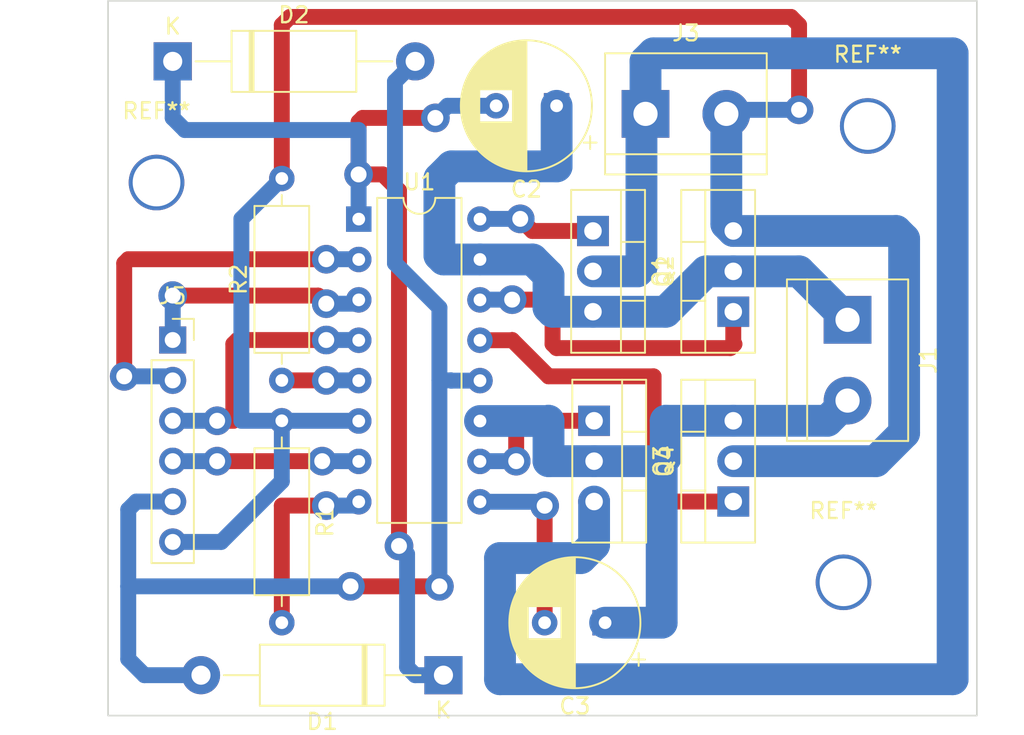
<source format=kicad_pcb>
(kicad_pcb (version 20221018) (generator pcbnew)
  (layers (0 "F.Cu" signal) (31 "B.Cu" signal) (34 "B.Paste" user) (35 "F.Paste" user) (36 "B.SilkS" user "B.Silkscreen") (37 "F.SilkS" user "F.Silkscreen") (38 "B.Mask" user) (39 "F.Mask" user) (44 "Edge.Cuts" user))
  (net 0 "")
  (net 1 "Net-(J1-Pin_1)")
  (net 2 "Net-(D1-K)")
  (net 3 "Net-(J1-Pin_2)")
  (net 4 "Net-(U1-AHB)")
  (net 5 "+5V")
  (net 6 "VDD")
  (net 7 "GND")
  (net 8 "Net-(Q1-G)")
  (net 9 "Net-(Q2-G)")
  (net 10 "Net-(Q3-G)")
  (net 11 "Net-(Q4-G)")
  (net 12 "Net-(U1-DIS)")
  (net 13 "Net-(U1-DEL)")
  (net 14 "Net-(J5-Pin_3)")
  (net 15 "Net-(J5-Pin_4)")
  (net 16 "Net-(J5-Pin_2)")
  (net 17 "Net-(J5-Pin_1)")
  (footprint "Capacitor_THT:CP_Radial_D8.0mm_P3.80mm" (layer "F.Cu") (at 90.424 54.61 180)
    (fp_text reference "C3" (at 1.9 -5.25) (layer "F.SilkS"))
    (fp_text value "C_Polarized")
    (pad "1" thru_hole rect (at 0 0 180) (size 1.6 1.6) (drill 0.8) (layers "*.Cu" "*.Mask") (net 3 "Net-(J1-Pin_2)"))
    (pad "2" thru_hole circle (at 3.8 0 180) (size 1.6 1.6) (drill 0.8) (layers "*.Cu" "*.Mask") (net 4 "Net-(U1-AHB)"))
  )
  (footprint "Package_TO_SOT_THT:TO-220-3_Vertical" (layer "F.Cu") (at 98.481 46.99 90)
    (fp_text reference "Q4" (at 2.54 -4.27 90) (layer "F.SilkS"))
    (fp_text value "IRLZ44N" hide)
    (pad "1" thru_hole rect (at 0 0 90) (size 1.905 2) (drill 1.1) (layers "*.Cu" "*.Mask") (net 11 "Net-(Q4-G)"))
    (pad "2" thru_hole oval (at 2.54 0 90) (size 1.905 2) (drill 1.1) (layers "*.Cu" "*.Mask") (net 7 "GND"))
    (pad "3" thru_hole oval (at 5.08 0 90) (size 1.905 2) (drill 1.1) (layers "*.Cu" "*.Mask") (net 3 "Net-(J1-Pin_2)"))
  )
  (footprint "Diode_THT:D_DO-15_P15.24mm_Horizontal" (layer "F.Cu") (at 63.246 19.304)
    (fp_text reference "D2" (at 7.62 -2.92) (layer "F.SilkS"))
    (fp_text value "D")
    (fp_text user "K" (at 0 -2.2) (layer "F.SilkS"))
    (pad "1" thru_hole rect (at 0 0) (size 2.4 2.4) (drill 1.2) (layers "*.Cu" "*.Mask") (net 2 "Net-(D1-K)"))
    (pad "2" thru_hole oval (at 15.24 0) (size 2.4 2.4) (drill 1.2) (layers "*.Cu" "*.Mask") (net 5 "+5V"))
  )
  (footprint "Resistor_THT:R_Axial_DIN0309_L9.0mm_D3.2mm_P12.70mm_Horizontal" (layer "F.Cu") (at 70.104 39.37 90)
    (fp_text reference "R2" (at 6.35 -2.72 90) (layer "F.SilkS"))
    (fp_text value "R")
    (pad "1" thru_hole circle (at 0 0 90) (size 1.6 1.6) (drill 0.8) (layers "*.Cu" "*.Mask") (net 13 "Net-(U1-DEL)"))
    (pad "2" thru_hole oval (at 12.7 0 90) (size 1.6 1.6) (drill 0.8) (layers "*.Cu" "*.Mask") (net 7 "GND"))
  )
  (footprint "TerminalBlock:TerminalBlock_bornier-2_P5.08mm" (layer "F.Cu") (at 105.664 35.56 -90)
    (fp_text reference "J1" (at 2.54 -5.08 90) (layer "F.SilkS"))
    (fp_text value "Screw_Terminal_01x02")
    (pad "1" thru_hole rect (at 0 0 270) (size 3 3) (drill 1.52) (layers "*.Cu" "*.Mask") (net 1 "Net-(J1-Pin_1)"))
    (pad "2" thru_hole circle (at 5.08 0 270) (size 3 3) (drill 1.52) (layers "*.Cu" "*.Mask") (net 3 "Net-(J1-Pin_2)"))
  )
  (footprint "Package_TO_SOT_THT:TO-220-3_Vertical" (layer "F.Cu") (at 89.733 41.91 -90)
    (fp_text reference "Q3" (at 2.54 -4.27 90) (layer "F.SilkS"))
    (fp_text value "IRLZ44N")
    (pad "1" thru_hole rect (at 0 0 270) (size 1.905 2) (drill 1.1) (layers "*.Cu" "*.Mask") (net 10 "Net-(Q3-G)"))
    (pad "2" thru_hole oval (at 2.54 0 270) (size 1.905 2) (drill 1.1) (layers "*.Cu" "*.Mask") (net 3 "Net-(J1-Pin_2)"))
    (pad "3" thru_hole oval (at 5.08 0 270) (size 1.905 2) (drill 1.1) (layers "*.Cu" "*.Mask") (net 6 "VDD"))
  )
  (footprint "Connector_PinSocket_2.54mm:PinSocket_1x06_P2.54mm_Vertical" (layer "F.Cu") (at 63.246 36.83)
    (fp_text reference "J5" (at 0 -2.77) (layer "F.SilkS"))
    (fp_text value "Conn_01x06_Pin")
    (pad "1" thru_hole rect (at 0 0) (size 1.7 1.7) (drill 1) (layers "*.Cu" "*.Mask") (net 17 "Net-(J5-Pin_1)"))
    (pad "2" thru_hole oval (at 0 2.54) (size 1.7 1.7) (drill 1) (layers "*.Cu" "*.Mask") (net 16 "Net-(J5-Pin_2)"))
    (pad "3" thru_hole oval (at 0 5.08) (size 1.7 1.7) (drill 1) (layers "*.Cu" "*.Mask") (net 14 "Net-(J5-Pin_3)"))
    (pad "4" thru_hole oval (at 0 7.62) (size 1.7 1.7) (drill 1) (layers "*.Cu" "*.Mask") (net 15 "Net-(J5-Pin_4)"))
    (pad "5" thru_hole oval (at 0 10.16) (size 1.7 1.7) (drill 1) (layers "*.Cu" "*.Mask") (net 5 "+5V"))
    (pad "6" thru_hole oval (at 0 12.7) (size 1.7 1.7) (drill 1) (layers "*.Cu" "*.Mask") (net 7 "GND"))
  )
  (footprint "Capacitor_THT:CP_Radial_D8.0mm_P3.80mm" (layer "F.Cu") (at 87.376 22.098 180)
    (fp_text reference "C2" (at 1.9 -5.25) (layer "F.SilkS"))
    (fp_text value "C_Polarized")
    (pad "1" thru_hole rect (at 0 0 180) (size 1.6 1.6) (drill 0.8) (layers "*.Cu" "*.Mask") (net 1 "Net-(J1-Pin_1)"))
    (pad "2" thru_hole circle (at 3.8 0 180) (size 1.6 1.6) (drill 0.8) (layers "*.Cu" "*.Mask") (net 2 "Net-(D1-K)"))
  )
  (footprint "MountingHole:MountingHole_3.5mm_Pad" (layer "F.Cu") (at 62.23 26.924)
    (fp_text reference "REF**" (at 0 -4.5) (layer "F.SilkS"))
    (fp_text value "MountingHole_3.5mm_Pad")
    (pad "1" thru_hole circle (at 0 0) (size 3.5 3.5) (drill 3) (layers "*.Cu" "*.Mask"))
  )
  (footprint "MountingHole:MountingHole_3.5mm_Pad" (layer "F.Cu") (at 106.934 23.368)
    (fp_text reference "REF**" (at 0 -4.5) (layer "F.SilkS"))
    (fp_text value "MountingHole_3.5mm_Pad")
    (pad "1" thru_hole circle (at 0 0) (size 3.5 3.5) (drill 3) (layers "*.Cu" "*.Mask"))
  )
  (footprint "Package_TO_SOT_THT:TO-220-3_Vertical" (layer "F.Cu") (at 89.662 29.972 -90)
    (fp_text reference "Q1" (at 2.54 -4.27 90) (layer "F.SilkS"))
    (fp_text value "IRLZ44N")
    (pad "1" thru_hole rect (at 0 0 270) (size 1.905 2) (drill 1.1) (layers "*.Cu" "*.Mask") (net 8 "Net-(Q1-G)"))
    (pad "2" thru_hole oval (at 2.54 0 270) (size 1.905 2) (drill 1.1) (layers "*.Cu" "*.Mask") (net 6 "VDD"))
    (pad "3" thru_hole oval (at 5.08 0 270) (size 1.905 2) (drill 1.1) (layers "*.Cu" "*.Mask") (net 1 "Net-(J1-Pin_1)"))
  )
  (footprint "Diode_THT:D_DO-15_P15.24mm_Horizontal" (layer "F.Cu") (at 80.264 57.912 180)
    (fp_text reference "D1" (at 7.62 -2.92) (layer "F.SilkS"))
    (fp_text value "D")
    (fp_text user "K" (at 0 -2.2) (layer "F.SilkS"))
    (pad "1" thru_hole rect (at 0 0 180) (size 2.4 2.4) (drill 1.2) (layers "*.Cu" "*.Mask") (net 2 "Net-(D1-K)"))
    (pad "2" thru_hole oval (at 15.24 0 180) (size 2.4 2.4) (drill 1.2) (layers "*.Cu" "*.Mask") (net 5 "+5V"))
  )
  (footprint "Resistor_THT:R_Axial_DIN0309_L9.0mm_D3.2mm_P12.70mm_Horizontal" (layer "F.Cu") (at 70.104 41.91 -90)
    (fp_text reference "R1" (at 6.35 -2.72 90) (layer "F.SilkS"))
    (fp_text value "R")
    (pad "1" thru_hole circle (at 0 0 270) (size 1.6 1.6) (drill 0.8) (layers "*.Cu" "*.Mask") (net 7 "GND"))
    (pad "2" thru_hole oval (at 12.7 0 270) (size 1.6 1.6) (drill 0.8) (layers "*.Cu" "*.Mask") (net 12 "Net-(U1-DIS)"))
  )
  (footprint "Package_TO_SOT_THT:TO-220-3_Vertical" (layer "F.Cu") (at 98.481 35.052 90)
    (fp_text reference "Q2" (at 2.54 -4.27 90) (layer "F.SilkS"))
    (fp_text value "IRLZ44N")
    (pad "1" thru_hole rect (at 0 0 90) (size 1.905 2) (drill 1.1) (layers "*.Cu" "*.Mask") (net 9 "Net-(Q2-G)"))
    (pad "2" thru_hole oval (at 2.54 0 90) (size 1.905 2) (drill 1.1) (layers "*.Cu" "*.Mask") (net 1 "Net-(J1-Pin_1)"))
    (pad "3" thru_hole oval (at 5.08 0 90) (size 1.905 2) (drill 1.1) (layers "*.Cu" "*.Mask") (net 7 "GND"))
  )
  (footprint "Package_DIP:DIP-16_W7.62mm" (layer "F.Cu") (at 74.94 29.225)
    (fp_text reference "U1" (at 3.81 -2.33) (layer "F.SilkS"))
    (fp_text value "HIP4082xP")
    (pad "1" thru_hole rect (at 0 0) (size 1.6 1.6) (drill 0.8) (layers "*.Cu" "*.Mask") (net 2 "Net-(D1-K)"))
    (pad "2" thru_hole oval (at 0 2.54) (size 1.6 1.6) (drill 0.8) (layers "*.Cu" "*.Mask") (net 16 "Net-(J5-Pin_2)"))
    (pad "3" thru_hole oval (at 0 5.08) (size 1.6 1.6) (drill 0.8) (layers "*.Cu" "*.Mask") (net 17 "Net-(J5-Pin_1)"))
    (pad "4" thru_hole oval (at 0 7.62) (size 1.6 1.6) (drill 0.8) (layers "*.Cu" "*.Mask") (net 14 "Net-(J5-Pin_3)"))
    (pad "5" thru_hole oval (at 0 10.16) (size 1.6 1.6) (drill 0.8) (layers "*.Cu" "*.Mask") (net 13 "Net-(U1-DEL)"))
    (pad "6" thru_hole oval (at 0 12.7) (size 1.6 1.6) (drill 0.8) (layers "*.Cu" "*.Mask") (net 7 "GND"))
    (pad "7" thru_hole oval (at 0 15.24) (size 1.6 1.6) (drill 0.8) (layers "*.Cu" "*.Mask") (net 15 "Net-(J5-Pin_4)"))
    (pad "8" thru_hole oval (at 0 17.78) (size 1.6 1.6) (drill 0.8) (layers "*.Cu" "*.Mask") (net 12 "Net-(U1-DIS)"))
    (pad "9" thru_hole oval (at 7.62 17.78) (size 1.6 1.6) (drill 0.8) (layers "*.Cu" "*.Mask") (net 4 "Net-(U1-AHB)"))
    (pad "10" thru_hole oval (at 7.62 15.24) (size 1.6 1.6) (drill 0.8) (layers "*.Cu" "*.Mask") (net 10 "Net-(Q3-G)"))
    (pad "11" thru_hole oval (at 7.62 12.7) (size 1.6 1.6) (drill 0.8) (layers "*.Cu" "*.Mask") (net 3 "Net-(J1-Pin_2)"))
    (pad "12" thru_hole oval (at 7.62 10.16) (size 1.6 1.6) (drill 0.8) (layers "*.Cu" "*.Mask") (net 5 "+5V"))
    (pad "13" thru_hole oval (at 7.62 7.62) (size 1.6 1.6) (drill 0.8) (layers "*.Cu" "*.Mask") (net 11 "Net-(Q4-G)"))
    (pad "14" thru_hole oval (at 7.62 5.08) (size 1.6 1.6) (drill 0.8) (layers "*.Cu" "*.Mask") (net 9 "Net-(Q2-G)"))
    (pad "15" thru_hole oval (at 7.62 2.54) (size 1.6 1.6) (drill 0.8) (layers "*.Cu" "*.Mask") (net 1 "Net-(J1-Pin_1)"))
    (pad "16" thru_hole oval (at 7.62 0) (size 1.6 1.6) (drill 0.8) (layers "*.Cu" "*.Mask") (net 8 "Net-(Q1-G)"))
  )
  (footprint "MountingHole:MountingHole_3.5mm_Pad" (layer "F.Cu") (at 105.41 52.07)
    (fp_text reference "REF**" (at 0 -4.5) (layer "F.SilkS"))
    (fp_text value "MountingHole_3.5mm_Pad")
    (pad "1" thru_hole circle (at 0 0) (size 3.5 3.5) (drill 3) (layers "*.Cu" "*.Mask"))
  )
  (footprint "TerminalBlock:TerminalBlock_bornier-2_P5.08mm" (layer "F.Cu") (at 92.964 22.606)
    (fp_text reference "J3" (at 2.54 -5.08) (layer "F.SilkS"))
    (fp_text value "Screw_Terminal_01x02")
    (pad "1" thru_hole rect (at 0 0) (size 3 3) (drill 1.52) (layers "*.Cu" "*.Mask") (net 6 "VDD"))
    (pad "2" thru_hole circle (at 5.08 0) (size 3 3) (drill 1.52) (layers "*.Cu" "*.Mask") (net 7 "GND"))
  )
  (gr_rect (start 59.182 15.494) (end 113.792 60.452) (stroke (width 0.1)) (fill none) (layer "Edge.Cuts"))
  (segment (start 94.234 35.052) (end 89.662 35.052) (width 2) (layer "B.Cu") (net 1))
  (segment (start 85.867 31.765) (end 82.56 31.765) (width 2) (layer "B.Cu") (net 1))
  (segment (start 89.662 35.052) (end 87.122 35.052) (width 2) (layer "B.Cu") (net 1))
  (segment (start 80.279 31.765) (end 80.01 31.496) (width 2) (layer "B.Cu") (net 1))
  (segment (start 98.481 32.512) (end 102.616 32.512) (width 2) (layer "B.Cu") (net 1))
  (segment (start 96.774 32.512) (end 94.234 35.052) (width 2) (layer "B.Cu") (net 1))
  (segment (start 98.481 32.512) (end 96.774 32.512) (width 2) (layer "B.Cu") (net 1))
  (segment (start 87.376 25.908) (end 87.376 22.098) (width 2) (layer "B.Cu") (net 1))
  (segment (start 82.56 31.765) (end 80.279 31.765) (width 2) (layer "B.Cu") (net 1))
  (segment (start 86.868 32.766) (end 85.867 31.765) (width 2) (layer "B.Cu") (net 1))
  (segment (start 80.772 25.908) (end 87.376 25.908) (width 2) (layer "B.Cu") (net 1))
  (segment (start 80.01 31.496) (end 80.01 26.67) (width 2) (layer "B.Cu") (net 1))
  (segment (start 80.01 26.67) (end 80.772 25.908) (width 2) (layer "B.Cu") (net 1))
  (segment (start 87.122 35.052) (end 86.868 34.798) (width 2) (layer "B.Cu") (net 1))
  (segment (start 102.616 32.512) (end 105.664 35.56) (width 2) (layer "B.Cu") (net 1))
  (segment (start 86.868 34.798) (end 86.868 32.766) (width 2) (layer "B.Cu") (net 1))
  (segment (start 79.756 22.86) (end 75.184 22.86) (width 1) (layer "F.Cu") (net 2))
  (segment (start 74.93 23.114) (end 74.93 26.416) (width 1) (layer "F.Cu") (net 2))
  (segment (start 76.454 26.416) (end 74.93 26.416) (width 1) (layer "F.Cu") (net 2))
  (segment (start 77.47 27.432) (end 76.454 26.416) (width 1) (layer "F.Cu") (net 2))
  (segment (start 75.184 22.86) (end 74.93 23.114) (width 1) (layer "F.Cu") (net 2))
  (segment (start 77.47 49.784) (end 77.47 27.432) (width 1) (layer "F.Cu") (net 2))
  (via (at 74.93 26.416) (size 1.8) (drill 1) (layers "F.Cu" "B.Cu") (net 2))
  (via (at 77.47 49.784) (size 1.8) (drill 1) (layers "F.Cu" "B.Cu") (net 2))
  (via (at 79.756 22.86) (size 1.8) (drill 1) (layers "F.Cu" "B.Cu") (net 2))
  (segment (start 78.486 57.912) (end 77.978 57.404) (width 1) (layer "B.Cu") (net 2))
  (segment (start 77.978 50.292) (end 77.47 49.784) (width 1) (layer "B.Cu") (net 2))
  (segment (start 63.246 22.86) (end 63.246 19.304) (width 1) (layer "B.Cu") (net 2))
  (segment (start 77.978 57.404) (end 77.978 50.292) (width 1) (layer "B.Cu") (net 2))
  (segment (start 80.264 57.912) (end 78.486 57.912) (width 1) (layer "B.Cu") (net 2))
  (segment (start 74.93 29.215) (end 74.94 29.225) (width 1) (layer "B.Cu") (net 2))
  (segment (start 74.93 26.416) (end 74.93 29.215) (width 1) (layer "B.Cu") (net 2))
  (segment (start 74.93 23.622) (end 64.008 23.622) (width 1) (layer "B.Cu") (net 2))
  (segment (start 64.008 23.622) (end 63.246 22.86) (width 1) (layer "B.Cu") (net 2))
  (segment (start 80.518 22.098) (end 83.576 22.098) (width 1) (layer "B.Cu") (net 2))
  (segment (start 74.93 26.416) (end 74.93 23.622) (width 1) (layer "B.Cu") (net 2))
  (segment (start 79.756 22.86) (end 80.518 22.098) (width 1) (layer "B.Cu") (net 2))
  (segment (start 86.853 41.925) (end 86.868 41.91) (width 2) (layer "B.Cu") (net 3))
  (segment (start 93.98 44.45) (end 94.234 44.196) (width 2) (layer "B.Cu") (net 3))
  (segment (start 90.424 54.61) (end 93.98 54.61) (width 2) (layer "B.Cu") (net 3))
  (segment (start 94.234 44.196) (end 94.234 41.91) (width 2) (layer "B.Cu") (net 3))
  (segment (start 93.98 54.61) (end 93.98 44.45) (width 2) (layer "B.Cu") (net 3))
  (segment (start 86.868 41.91) (end 86.868 44.45) (width 2) (layer "B.Cu") (net 3))
  (segment (start 86.868 44.45) (end 89.733 44.45) (width 2) (layer "B.Cu") (net 3))
  (segment (start 89.733 44.45) (end 93.98 44.45) (width 2) (layer "B.Cu") (net 3))
  (segment (start 82.56 41.925) (end 86.853 41.925) (width 2) (layer "B.Cu") (net 3))
  (segment (start 94.234 41.91) (end 98.481 41.91) (width 2) (layer "B.Cu") (net 3))
  (segment (start 105.664 40.64) (end 104.394 41.91) (width 2) (layer "B.Cu") (net 3))
  (segment (start 104.394 41.91) (end 98.481 41.91) (width 2) (layer "B.Cu") (net 3))
  (segment (start 86.624 54.61) (end 86.624 47.254) (width 1) (layer "F.Cu") (net 4))
  (via (at 86.624 47.254) (size 1.8) (drill 1) (layers "F.Cu" "B.Cu") (net 4))
  (segment (start 82.56 47.005) (end 86.375 47.005) (width 1) (layer "B.Cu") (net 4))
  (segment (start 86.375 47.005) (end 86.624 47.254) (width 1) (layer "B.Cu") (net 4))
  (segment (start 80.01 52.324) (end 74.422 52.324) (width 1) (layer "F.Cu") (net 5))
  (via (at 80.01 52.324) (size 1.8) (drill 1) (layers "F.Cu" "B.Cu") (net 5))
  (via (at 74.422 52.324) (size 1.8) (drill 1) (layers "F.Cu" "B.Cu") (net 5))
  (segment (start 80.01 39.37) (end 80.01 52.324) (width 1) (layer "B.Cu") (net 5))
  (segment (start 65.024 57.912) (end 61.468 57.912) (width 1) (layer "B.Cu") (net 5))
  (segment (start 80.757 39.385) (end 82.56 39.385) (width 1) (layer "B.Cu") (net 5))
  (segment (start 80.742 39.37) (end 80.01 39.37) (width 1) (layer "B.Cu") (net 5))
  (segment (start 60.452 47.498) (end 60.452 52.324) (width 1) (layer "B.Cu") (net 5))
  (segment (start 60.96 46.99) (end 60.452 47.498) (width 1) (layer "B.Cu") (net 5))
  (segment (start 78.486 19.304) (end 77.216 20.574) (width 1) (layer "B.Cu") (net 5))
  (segment (start 63.246 46.99) (end 60.96 46.99) (width 1) (layer "B.Cu") (net 5))
  (segment (start 61.468 57.912) (end 60.452 56.896) (width 1) (layer "B.Cu") (net 5))
  (segment (start 60.452 56.896) (end 60.452 52.324) (width 1) (layer "B.Cu") (net 5))
  (segment (start 77.216 32.004) (end 80.01 34.798) (width 1) (layer "B.Cu") (net 5))
  (segment (start 80.757 39.385) (end 80.742 39.37) (width 1) (layer "B.Cu") (net 5))
  (segment (start 80.01 34.798) (end 80.01 39.37) (width 1) (layer "B.Cu") (net 5))
  (segment (start 60.452 52.324) (end 74.422 52.324) (width 1) (layer "B.Cu") (net 5))
  (segment (start 77.216 20.574) (end 77.216 32.004) (width 1) (layer "B.Cu") (net 5))
  (segment (start 93.472 18.796) (end 92.964 19.304) (width 2) (layer "B.Cu") (net 6))
  (segment (start 112.268 58.166) (end 112.268 18.796) (width 2) (layer "B.Cu") (net 6))
  (segment (start 83.82 50.546) (end 83.82 58.166) (width 2) (layer "B.Cu") (net 6))
  (segment (start 92.456 32.512) (end 92.71 32.258) (width 2) (layer "B.Cu") (net 6))
  (segment (start 92.964 19.304) (end 92.964 22.606) (width 2) (layer "B.Cu") (net 6))
  (segment (start 83.82 58.166) (end 112.268 58.166) (width 2) (layer "B.Cu") (net 6))
  (segment (start 92.71 22.86) (end 92.964 22.606) (width 2) (layer "B.Cu") (net 6))
  (segment (start 89.733 46.99) (end 89.733 49.713) (width 2) (layer "B.Cu") (net 6))
  (segment (start 89.733 49.713) (end 88.9 50.546) (width 2) (layer "B.Cu") (net 6))
  (segment (start 89.662 32.512) (end 92.456 32.512) (width 2) (layer "B.Cu") (net 6))
  (segment (start 92.71 32.258) (end 92.71 22.86) (width 2) (layer "B.Cu") (net 6))
  (segment (start 112.268 18.796) (end 93.472 18.796) (width 2) (layer "B.Cu") (net 6))
  (segment (start 88.9 50.546) (end 83.82 50.546) (width 2) (layer "B.Cu") (net 6))
  (segment (start 70.104 26.67) (end 70.104 17.018) (width 1) (layer "F.Cu") (net 7))
  (segment (start 102.616 17.018) (end 102.616 22.352) (width 1) (layer "F.Cu") (net 7))
  (segment (start 102.108 16.51) (end 102.616 17.018) (width 1) (layer "F.Cu") (net 7))
  (segment (start 70.104 17.018) (end 70.612 16.51) (width 1) (layer "F.Cu") (net 7))
  (segment (start 70.612 16.51) (end 102.108 16.51) (width 1) (layer "F.Cu") (net 7))
  (via (at 102.616 22.352) (size 1.8) (drill 1) (layers "F.Cu" "B.Cu") (net 7))
  (segment (start 66.294 49.53) (end 70.104 45.72) (width 1) (layer "B.Cu") (net 7))
  (segment (start 74.925 41.91) (end 74.94 41.925) (width 1) (layer "B.Cu") (net 7))
  (segment (start 108.712 29.972) (end 98.481 29.972) (width 2) (layer "B.Cu") (net 7))
  (segment (start 70.104 41.91) (end 74.925 41.91) (width 1) (layer "B.Cu") (net 7))
  (segment (start 107.442 44.45) (end 109.22 42.672) (width 2) (layer "B.Cu") (net 7))
  (segment (start 102.616 22.352) (end 98.298 22.352) (width 1) (layer "B.Cu") (net 7))
  (segment (start 67.564 41.91) (end 67.564 29.21) (width 1) (layer "B.Cu") (net 7))
  (segment (start 98.044 22.606) (end 98.044 29.535) (width 2) (layer "B.Cu") (net 7))
  (segment (start 98.481 44.45) (end 107.442 44.45) (width 2) (layer "B.Cu") (net 7))
  (segment (start 70.104 41.91) (end 67.564 41.91) (width 1) (layer "B.Cu") (net 7))
  (segment (start 109.22 30.48) (end 108.712 29.972) (width 2) (layer "B.Cu") (net 7))
  (segment (start 98.298 22.352) (end 98.044 22.606) (width 1) (layer "B.Cu") (net 7))
  (segment (start 98.044 29.535) (end 98.481 29.972) (width 2) (layer "B.Cu") (net 7))
  (segment (start 67.564 29.21) (end 70.104 26.67) (width 1) (layer "B.Cu") (net 7))
  (segment (start 63.246 49.53) (end 66.294 49.53) (width 1) (layer "B.Cu") (net 7))
  (segment (start 70.104 45.72) (end 70.104 41.91) (width 1) (layer "B.Cu") (net 7))
  (segment (start 109.22 42.672) (end 109.22 30.48) (width 2) (layer "B.Cu") (net 7))
  (segment (start 85.09 29.21) (end 85.852 29.972) (width 1) (layer "F.Cu") (net 8))
  (segment (start 85.852 29.972) (end 89.662 29.972) (width 1) (layer "F.Cu") (net 8))
  (via (at 85.09 29.21) (size 1.8) (drill 1) (layers "F.Cu" "B.Cu") (net 8))
  (segment (start 85.09 29.21) (end 82.575 29.21) (width 1) (layer "B.Cu") (net 8))
  (segment (start 82.575 29.21) (end 82.56 29.225) (width 1) (layer "B.Cu") (net 8))
  (segment (start 98.552 37.084) (end 98.481 37.013) (width 1) (layer "F.Cu") (net 9))
  (segment (start 87.122 37.084) (end 87.376 37.338) (width 1) (layer "F.Cu") (net 9))
  (segment (start 98.298 37.338) (end 98.552 37.084) (width 1) (layer "F.Cu") (net 9))
  (segment (start 87.122 34.29) (end 87.122 37.084) (width 1) (layer "F.Cu") (net 9))
  (segment (start 98.481 37.013) (end 98.481 35.052) (width 1) (layer "F.Cu") (net 9))
  (segment (start 87.376 37.338) (end 98.298 37.338) (width 1) (layer "F.Cu") (net 9))
  (segment (start 84.582 34.29) (end 87.122 34.29) (width 1) (layer "F.Cu") (net 9))
  (via (at 84.582 34.29) (size 1.8) (drill 1) (layers "F.Cu" "B.Cu") (net 9))
  (segment (start 82.575 34.29) (end 82.56 34.305) (width 1) (layer "B.Cu") (net 9))
  (segment (start 84.582 34.29) (end 82.575 34.29) (width 1) (layer "B.Cu") (net 9))
  (segment (start 84.836 41.91) (end 89.733 41.91) (width 1) (layer "F.Cu") (net 10))
  (segment (start 84.836 44.45) (end 84.836 41.91) (width 1) (layer "F.Cu") (net 10))
  (via (at 84.836 44.45) (size 1.8) (drill 1) (layers "F.Cu" "B.Cu") (net 10))
  (segment (start 82.575 44.45) (end 82.56 44.465) (width 1) (layer "B.Cu") (net 10))
  (segment (start 84.836 44.45) (end 82.575 44.45) (width 1) (layer "B.Cu") (net 10))
  (segment (start 84.567 36.845) (end 82.56 36.845) (width 1) (layer "F.Cu") (net 11))
  (segment (start 93.472 46.99) (end 93.472 39.116) (width 1) (layer "F.Cu") (net 11))
  (segment (start 93.472 39.116) (end 86.868 39.116) (width 1) (layer "F.Cu") (net 11))
  (segment (start 84.582 36.83) (end 84.567 36.845) (width 1) (layer "F.Cu") (net 11))
  (segment (start 98.481 46.99) (end 93.472 46.99) (width 1) (layer "F.Cu") (net 11))
  (segment (start 86.868 39.116) (end 84.582 36.83) (width 1) (layer "F.Cu") (net 11))
  (segment (start 70.104 47.244) (end 72.898 47.244) (width 1) (layer "F.Cu") (net 12))
  (segment (start 70.104 54.61) (end 70.104 47.244) (width 1) (layer "F.Cu") (net 12))
  (via (at 72.898 47.244) (size 1.8) (drill 1) (layers "F.Cu" "B.Cu") (net 12))
  (segment (start 74.701 47.244) (end 74.94 47.005) (width 1) (layer "B.Cu") (net 12))
  (segment (start 72.898 47.244) (end 74.701 47.244) (width 1) (layer "B.Cu") (net 12))
  (segment (start 70.104 39.37) (end 72.898 39.37) (width 1) (layer "F.Cu") (net 13))
  (via (at 72.898 39.37) (size 1.8) (drill 1) (layers "F.Cu" "B.Cu") (net 13))
  (segment (start 74.925 39.37) (end 74.94 39.385) (width 1) (layer "B.Cu") (net 13))
  (segment (start 72.898 39.37) (end 74.925 39.37) (width 1) (layer "B.Cu") (net 13))
  (segment (start 67.056 41.91) (end 67.056 37.084) (width 1) (layer "F.Cu") (net 14))
  (segment (start 67.046 41.9) (end 67.056 41.91) (width 1) (layer "F.Cu") (net 14))
  (segment (start 67.056 41.91) (end 66.04 41.91) (width 1) (layer "F.Cu") (net 14))
  (segment (start 67.31 36.83) (end 72.898 36.83) (width 1) (layer "F.Cu") (net 14))
  (segment (start 67.056 37.084) (end 67.31 36.83) (width 1) (layer "F.Cu") (net 14))
  (via (at 66.04 41.91) (size 1.8) (drill 1) (layers "F.Cu" "B.Cu") (net 14))
  (via (at 72.898 36.83) (size 1.8) (drill 1) (layers "F.Cu" "B.Cu") (net 14))
  (segment (start 66.04 41.91) (end 63.246 41.91) (width 1) (layer "B.Cu") (net 14))
  (segment (start 74.925 36.83) (end 74.94 36.845) (width 1) (layer "B.Cu") (net 14))
  (segment (start 72.898 36.83) (end 74.925 36.83) (width 1) (layer "B.Cu") (net 14))
  (segment (start 72.644 44.45) (end 66.04 44.45) (width 1) (layer "F.Cu") (net 15))
  (via (at 72.644 44.45) (size 1.8) (drill 1) (layers "F.Cu" "B.Cu") (net 15))
  (via (at 66.04 44.45) (size 1.8) (drill 1) (layers "F.Cu" "B.Cu") (net 15))
  (segment (start 72.644 44.45) (end 74.925 44.45) (width 1) (layer "B.Cu") (net 15))
  (segment (start 74.925 44.45) (end 74.94 44.465) (width 1) (layer "B.Cu") (net 15))
  (segment (start 66.04 44.45) (end 63.246 44.45) (width 1) (layer "B.Cu") (net 15))
  (segment (start 63.231 44.45) (end 63.221 44.44) (width 1) (layer "B.Cu") (net 15))
  (segment (start 60.452 31.75) (end 72.898 31.75) (width 1) (layer "F.Cu") (net 16))
  (segment (start 60.198 32.004) (end 60.452 31.75) (width 1) (layer "F.Cu") (net 16))
  (segment (start 60.198 38.862) (end 60.198 39.116) (width 1) (layer "F.Cu") (net 16))
  (segment (start 60.198 38.862) (end 60.198 32.004) (width 1) (layer "F.Cu") (net 16))
  (via (at 60.198 39.116) (size 1.8) (drill 1) (layers "F.Cu" "B.Cu") (net 16))
  (via (at 72.898 31.75) (size 1.8) (drill 1) (layers "F.Cu" "B.Cu") (net 16))
  (segment (start 62.992 39.116) (end 63.246 39.37) (width 1) (layer "B.Cu") (net 16))
  (segment (start 72.898 31.75) (end 74.925 31.75) (width 1) (layer "B.Cu") (net 16))
  (segment (start 74.925 31.75) (end 74.94 31.765) (width 1) (layer "B.Cu") (net 16))
  (segment (start 60.198 39.116) (end 62.992 39.116) (width 1) (layer "B.Cu") (net 16))
  (segment (start 72.39 34.036) (end 63.246 34.036) (width 1) (layer "F.Cu") (net 17))
  (segment (start 72.898 34.544) (end 72.39 34.036) (width 1) (layer "F.Cu") (net 17))
  (via (at 63.246 34.036) (size 1.8) (drill 1) (layers "F.Cu" "B.Cu") (net 17))
  (via (at 72.898 34.544) (size 1.8) (drill 1) (layers "F.Cu" "B.Cu") (net 17))
  (segment (start 63.246 34.036) (end 63.246 36.83) (width 1) (layer "B.Cu") (net 17))
  (segment (start 72.898 34.544) (end 74.701 34.544) (width 1) (layer "B.Cu") (net 17))
  (segment (start 74.701 34.544) (end 74.94 34.305) (width 1) (layer "B.Cu") (net 17))
)
</source>
